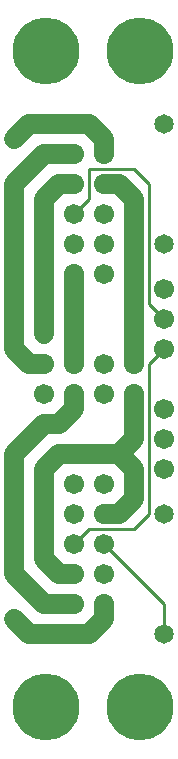
<source format=gbl>
%MOIN*%
%FSLAX25Y25*%
G04 D10 used for Character Trace; *
G04     Circle (OD=.01000) (No hole)*
G04 D11 used for Power Trace; *
G04     Circle (OD=.06500) (No hole)*
G04 D12 used for Signal Trace; *
G04     Circle (OD=.01100) (No hole)*
G04 D13 used for Via; *
G04     Circle (OD=.05800) (Round. Hole ID=.02800)*
G04 D14 used for Component hole; *
G04     Circle (OD=.06500) (Round. Hole ID=.03500)*
G04 D15 used for Component hole; *
G04     Circle (OD=.06700) (Round. Hole ID=.04300)*
G04 D16 used for Component hole; *
G04     Circle (OD=.08100) (Round. Hole ID=.05100)*
G04 D17 used for Component hole; *
G04     Circle (OD=.08900) (Round. Hole ID=.05900)*
G04 D18 used for Component hole; *
G04     Circle (OD=.11300) (Round. Hole ID=.08300)*
G04 D19 used for Component hole; *
G04     Circle (OD=.16000) (Round. Hole ID=.13000)*
G04 D20 used for Component hole; *
G04     Circle (OD=.18300) (Round. Hole ID=.15300)*
G04 D21 used for Component hole; *
G04     Circle (OD=.22291) (Round. Hole ID=.19291)*
%ADD10C,.01000*%
%ADD11C,.06500*%
%ADD12C,.01100*%
%ADD13C,.05800*%
%ADD14C,.06500*%
%ADD15C,.06700*%
%ADD16C,.08100*%
%ADD17C,.08900*%
%ADD18C,.11300*%
%ADD19C,.16000*%
%ADD20C,.18300*%
%ADD21C,.22291*%
%IPPOS*%
%LPD*%
G90*X0Y0D02*D21*X15625Y15625D03*D11*              
X10000Y40000D02*X30000D01*X10000D02*              
X5000Y45000D01*D13*D03*D11*X15000Y50000D02*       
X25000D01*D15*D03*X35000Y60000D03*D11*            
X30000Y40000D02*X35000Y45000D01*Y50000D01*D15*D03*
X25000Y60000D03*D11*X20000D01*X15000Y65000D01*    
Y95000D01*X20000Y100000D01*X40000D01*             
X45000Y95000D01*Y85000D01*X40000Y80000D01*        
X35000D01*D15*D03*D12*X25000Y70000D02*            
X30000Y75000D01*D15*X25000Y70000D03*D12*          
X30000Y75000D02*X45000D01*X50000Y80000D01*        
Y130000D01*X55000Y135000D01*D15*D03*Y145000D03*   
D12*X50000Y150000D01*Y190000D01*X45000Y195000D01* 
X30000D01*Y185000D01*X25000Y180000D01*D15*D03*    
X35000Y170000D03*Y190000D03*D11*X40000D01*        
X45000Y185000D01*Y130000D01*D15*D03*              
X35000Y120000D03*Y130000D03*X45000Y120000D03*D11* 
Y105000D01*X40000Y100000D01*D15*X35000Y90000D03*  
X55000Y115000D03*D11*X20000Y110000D02*            
X25000Y115000D01*X15000Y110000D02*X20000D01*      
X5000Y100000D02*X15000Y110000D01*X5000Y60000D02*  
Y100000D01*X15000Y50000D02*X5000Y60000D01*D15*    
X35000Y70000D03*D12*X55000Y50000D01*Y40000D01*D14*
D03*D21*X46875Y15625D03*D14*X55000Y80000D03*D15*  
X25000D03*Y90000D03*X55000Y95000D03*Y105000D03*   
D11*X25000Y115000D02*Y120000D01*D15*D03*          
X15000Y130000D03*D11*X10000D01*X5000Y135000D01*   
Y150000D01*D13*D03*D11*Y190000D01*                
X15000Y200000D01*X25000D01*D15*D03*D11*           
X35000Y205000D02*X30000Y210000D01*                
X35000Y200000D02*Y205000D01*D15*Y200000D03*       
X25000Y190000D03*D11*X20000D01*X15000Y185000D01*  
Y140000D01*D13*D03*D15*X25000Y130000D03*D11*      
Y160000D01*D15*D03*X35000D03*X25000Y170000D03*    
X35000Y180000D03*X55000Y155000D03*D14*Y170000D03* 
D15*X15000Y120000D03*D13*X5000Y205000D03*D11*     
X10000Y210000D01*X30000D01*D21*X46875Y234375D03*  
D14*X55000Y210000D03*D21*X15625Y234375D03*M02*    

</source>
